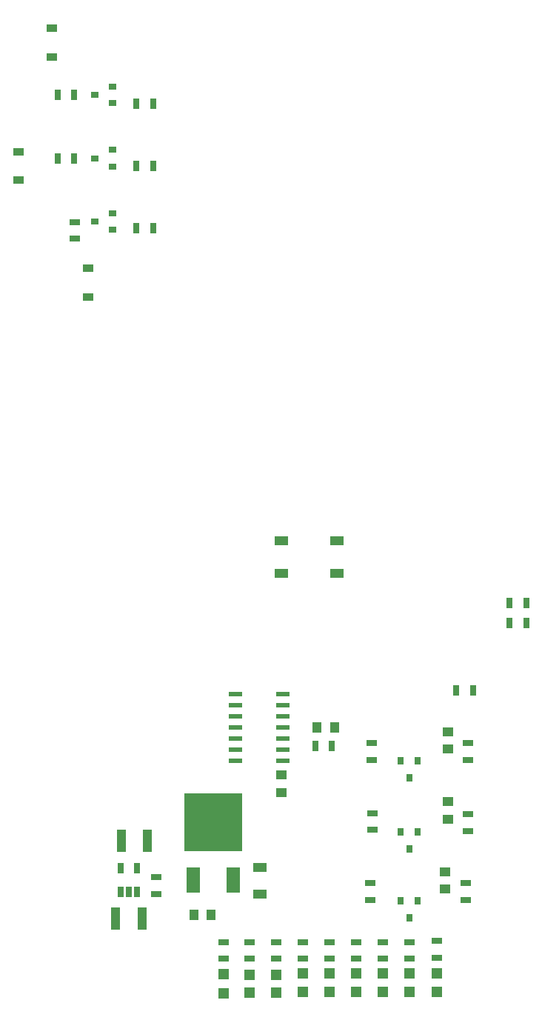
<source format=gbr>
G04 #@! TF.FileFunction,Paste,Top*
%FSLAX46Y46*%
G04 Gerber Fmt 4.6, Leading zero omitted, Abs format (unit mm)*
G04 Created by KiCad (PCBNEW 4.0.2-4+6225~38~ubuntu14.04.1-stable) date Thu 30 Mar 2017 04:29:04 PM CEST*
%MOMM*%
G01*
G04 APERTURE LIST*
%ADD10C,0.100000*%
%ADD11R,1.500000X0.600000*%
%ADD12R,1.300000X0.700000*%
%ADD13R,1.198880X1.198880*%
%ADD14R,1.250000X1.000000*%
%ADD15R,1.000000X1.250000*%
%ADD16R,1.000000X2.500000*%
%ADD17R,1.220000X0.910000*%
%ADD18R,0.800000X0.900000*%
%ADD19R,0.900000X0.800000*%
%ADD20R,0.700000X1.300000*%
%ADD21R,1.600000X1.000000*%
%ADD22R,0.740000X1.190000*%
%ADD23R,6.700000X6.700000*%
%ADD24R,1.600000X3.000000*%
%ADD25R,1.200000X1.200000*%
G04 APERTURE END LIST*
D10*
D11*
X114460000Y-149225000D03*
X114460000Y-147955000D03*
X114460000Y-146685000D03*
X114460000Y-145415000D03*
X114460000Y-144145000D03*
X114460000Y-142875000D03*
X114460000Y-141605000D03*
X109060000Y-141605000D03*
X109060000Y-142875000D03*
X109060000Y-144145000D03*
X109060000Y-145415000D03*
X109060000Y-146685000D03*
X109060000Y-147955000D03*
X109060000Y-149225000D03*
D12*
X116713000Y-169992000D03*
X116713000Y-171892000D03*
D13*
X116713000Y-173575980D03*
X116713000Y-175674020D03*
D14*
X114300000Y-150892000D03*
X114300000Y-152892000D03*
D15*
X104283000Y-166878000D03*
X106283000Y-166878000D03*
D16*
X95337500Y-167322500D03*
X98337500Y-167322500D03*
X95972500Y-158432500D03*
X98972500Y-158432500D03*
D14*
X132969000Y-163941000D03*
X132969000Y-161941000D03*
X133350000Y-155940000D03*
X133350000Y-153940000D03*
X133350000Y-147939000D03*
X133350000Y-145939000D03*
D13*
X110617000Y-173702980D03*
X110617000Y-175801020D03*
X113665000Y-173702980D03*
X113665000Y-175801020D03*
X125857000Y-173575980D03*
X125857000Y-175674020D03*
X128905000Y-173575980D03*
X128905000Y-175674020D03*
X132080000Y-173575980D03*
X132080000Y-175674020D03*
D17*
X88011000Y-68818000D03*
X88011000Y-65548000D03*
X84201000Y-82915000D03*
X84201000Y-79645000D03*
X92202000Y-96250000D03*
X92202000Y-92980000D03*
D18*
X129855000Y-165243000D03*
X127955000Y-165243000D03*
X128905000Y-167243000D03*
X129855000Y-157369000D03*
X127955000Y-157369000D03*
X128905000Y-159369000D03*
X129855000Y-149241000D03*
X127955000Y-149241000D03*
X128905000Y-151241000D03*
D19*
X94980000Y-74102000D03*
X94980000Y-72202000D03*
X92980000Y-73152000D03*
X94980000Y-81341000D03*
X94980000Y-79441000D03*
X92980000Y-80391000D03*
X94980000Y-88580000D03*
X94980000Y-86680000D03*
X92980000Y-87630000D03*
D20*
X118176000Y-147574000D03*
X120076000Y-147574000D03*
X136205000Y-141224000D03*
X134305000Y-141224000D03*
X140401000Y-131191000D03*
X142301000Y-131191000D03*
X140401000Y-133477000D03*
X142301000Y-133477000D03*
D12*
X100012500Y-164462500D03*
X100012500Y-162562500D03*
X110617000Y-169992000D03*
X110617000Y-171892000D03*
X113665000Y-169992000D03*
X113665000Y-171892000D03*
X124460000Y-163261000D03*
X124460000Y-165161000D03*
X124714000Y-155260000D03*
X124714000Y-157160000D03*
X124587000Y-147259000D03*
X124587000Y-149159000D03*
X125857000Y-171892000D03*
X125857000Y-169992000D03*
X128905000Y-171892000D03*
X128905000Y-169992000D03*
X132080000Y-171765000D03*
X132080000Y-169865000D03*
X135382000Y-165161000D03*
X135382000Y-163261000D03*
X135636000Y-157287000D03*
X135636000Y-155387000D03*
X135636000Y-149159000D03*
X135636000Y-147259000D03*
D20*
X97729000Y-74168000D03*
X99629000Y-74168000D03*
X97729000Y-81280000D03*
X99629000Y-81280000D03*
X97729000Y-88392000D03*
X99629000Y-88392000D03*
X88712000Y-73152000D03*
X90612000Y-73152000D03*
X88712000Y-80391000D03*
X90612000Y-80391000D03*
D12*
X90678000Y-89596000D03*
X90678000Y-87696000D03*
D21*
X120675000Y-127884000D03*
X114275000Y-127884000D03*
X120675000Y-124084000D03*
X114275000Y-124084000D03*
D22*
X95887500Y-161527500D03*
X97787500Y-161527500D03*
X96837500Y-164227500D03*
X95887500Y-164227500D03*
X97787500Y-164227500D03*
D13*
X119761000Y-173575980D03*
X119761000Y-175674020D03*
X122809000Y-173575980D03*
X122809000Y-175674020D03*
D12*
X119761000Y-169992000D03*
X119761000Y-171892000D03*
X122809000Y-169992000D03*
X122809000Y-171892000D03*
D21*
X111810800Y-164491800D03*
X111810800Y-161491800D03*
D15*
X118380000Y-145415000D03*
X120380000Y-145415000D03*
D23*
X106502200Y-156286200D03*
D24*
X108802200Y-162936200D03*
X104202200Y-162936200D03*
D25*
X107696000Y-173652000D03*
X107696000Y-175852000D03*
D12*
X107696000Y-171892000D03*
X107696000Y-169992000D03*
M02*

</source>
